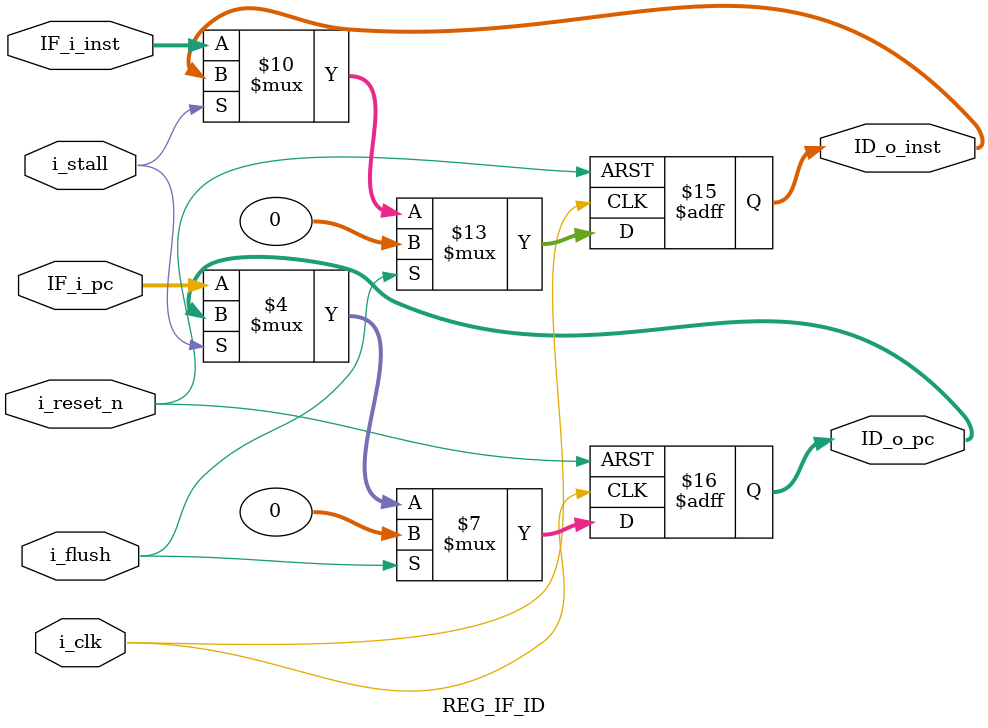
<source format=sv>
module REG_IF_ID (
  input             i_clk    , 
  input             i_reset_n, 
  input             i_flush  ,
  input             i_stall  ,
  input      [31:0] IF_i_inst, 
  input      [31:0] IF_i_pc  ,
  output reg [31:0] ID_o_inst, 
  output reg [31:0] ID_o_pc
);

  always_ff @(posedge i_clk or negedge i_reset_n) begin
    if(~i_reset_n) begin
      ID_o_pc   <= 32'd0;
      ID_o_inst <= 32'd0;
    end else if(i_flush) begin
      ID_o_pc   <= 32'd0;
      ID_o_inst <= 32'd0; 
	end else if(i_stall) begin
	    ID_o_pc   <= ID_o_pc;
      ID_o_pc   <= ID_o_pc;
    end else begin
      ID_o_pc   <= IF_i_pc;
      ID_o_inst <= IF_i_inst;
    end
  end

endmodule

</source>
